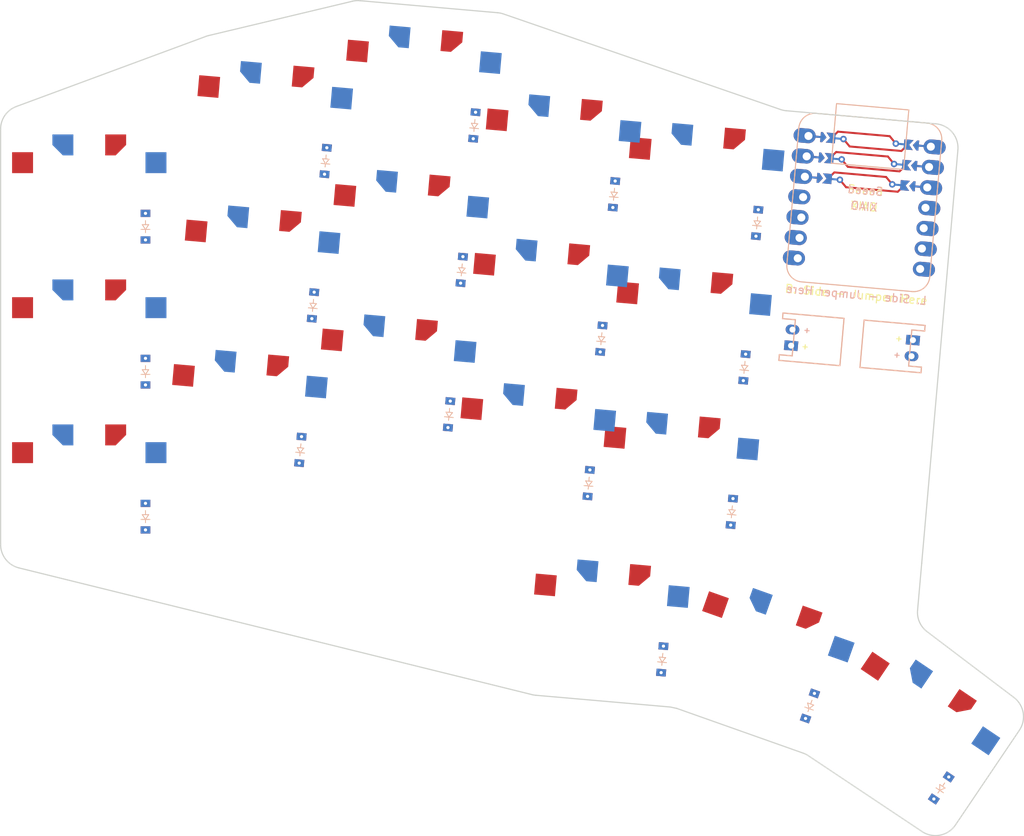
<source format=kicad_pcb>
(kicad_pcb (version 20240108) (generator "pcbnew") (generator_version "8.0")
  (title_block (title "boardPcb") (rev "v1.0.0") (company "Unknown"))
  (layers (0 "F.Cu" signal) (31 "B.Cu" signal) (34 "B.Paste" user) (35 "F.Paste" user) (36 "B.SilkS" user "B.Silkscreen") (37 "F.SilkS" user "F.Silkscreen") (38 "B.Mask" user) (39 "F.Mask" user) (44 "Edge.Cuts" user))
  (net 0 "")
  (net 1 "Row3")
  (net 2 "Net-(D1-A)")
  (net 3 "Row2")
  (net 4 "Net-(D2-A)")
  (net 5 "Row1")
  (net 6 "Net-(D3-A)")
  (net 7 "Net-(D4-A)")
  (net 8 "Net-(D5-A)")
  (net 9 "Net-(D6-A)")
  (net 10 "Net-(D7-A)")
  (net 11 "Net-(D8-A)")
  (net 12 "Net-(D9-A)")
  (net 13 "Net-(D10-A)")
  (net 14 "Net-(D11-A)")
  (net 15 "Net-(D12-A)")
  (net 16 "Net-(D13-A)")
  (net 17 "Net-(D14-A)")
  (net 18 "Net-(D15-A)")
  (net 19 "Row4")
  (net 20 "Net-(D16-A)")
  (net 21 "Net-(D17-A)")
  (net 22 "Net-(D18-A)")
  (net 23 "Net-(JST1-Pin_1)")
  (net 24 "Net-(JST1-Pin_2)")
  (net 25 "Col1")
  (net 26 "Col2")
  (net 27 "Col3")
  (net 28 "Col4")
  (net 29 "Col5")
  (net 30 "_1_2")
  (net 31 "_1_13")
  (net 32 "_1_12")
  (net 33 "_1_11")
  (net 34 "_1_1")
  (net 35 "_1_0")
  (net 36 "VCC")
  (net 37 "V3")
  (net 38 "P9")
  (net 39 "P8")
  (net 40 "P7")
  (net 41 "P6")
  (net 42 "P5")
  (net 43 "P4")
  (net 44 "P3")
  (net 45 "P2")
  (net 46 "P10")
  (net 47 "P1")
  (net 48 "P0")
  (net 49 "GND")
  (footprint "clacken:reversable_diode" (layer "F.Cu") (at 166.318559 108.089999 90)
    (property "Reference" "D2" (hide yes))
    (property "Value" "1N914" (hide yes))
  )
  (footprint "clacken:choc_switches" (layer "F.Cu") (at 217.866763 81.285619 -5)
    (property "Reference" "S12" (hide yes))
    (property "Value" "SW_Push_45deg" (hide yes))
  )
  (footprint "clacken:reversable_diode" (layer "F.Cu") (at 224.450297 86.070963 85)
    (property "Reference" "D12" (hide yes))
    (property "Value" "1N914" (hide yes))
  )
  (footprint "clacken:choc_switches" (layer "F.Cu") (at 200.545348 72.743453 -5)
    (property "Reference" "S9" (hide yes))
    (property "Value" "SW_Push_45deg" (hide yes))
  )
  (footprint "clacken:reversable_diode" (layer "F.Cu") (at 221.31269 121.933973 85)
    (property "Reference" "D10" (hide yes))
    (property "Value" "1N914" (hide yes))
  )
  (footprint "clacken:choc_switches" (layer "F.Cu") (at 180.522106 95.083322 -5)
    (property "Reference" "S5" (hide yes))
    (property "Value" "SW_Push_45deg" (hide yes))
  )
  (footprint "clacken:JST_angled" (layer "F.Cu") (at 246.507586 103.867763 85)
    (property "Reference" "JST1" (hide yes))
    (property "Value" "Conn_01x02" (hide yes))
  )
  (footprint "clacken:reversable_diode" (layer "F.Cu") (at 187.10564 99.868667 85)
    (property "Reference" "D5" (hide yes))
    (property "Value" "1N914" (hide yes))
  )
  (footprint "clacken:choc_switches" (layer "F.Cu") (at 243.589116 143.311687 -19.5)
    (property "Reference" "S17" (hide yes))
    (property "Value" "SW_Push_45deg" (hide yes))
  )
  (footprint "clacken:reversable_diode" (layer "F.Cu") (at 185.536837 117.800171 85)
    (property "Reference" "D4" (hide yes))
    (property "Value" "1N914" (hide yes))
  )
  (footprint "clacken:choc_switches" (layer "F.Cu") (at 198.976545 90.674957 -5)
    (property "Reference" "S8" (hide yes))
    (property "Value" "SW_Push_45deg" (hide yes))
  )
  (footprint "clacken:JST_angled" (layer "F.Cu") (at 261.450507 105.175099 -95)
    (property "Reference" "JST2" (hide yes))
    (property "Value" "Conn_01x02" (hide yes))
  )
  (footprint "clacken:choc_switches" (layer "F.Cu") (at 235.623956 84.846812 -5)
    (property "Reference" "S15" (hide yes))
    (property "Value" "SW_Push_45deg" (hide yes))
  )
  (footprint "clacken:reversable_diode" (layer "F.Cu") (at 248.764795 149.592992 70.5)
    (property "Reference" "D17" (hide yes))
    (property "Value" "1N914" (hide yes))
  )
  (footprint "clacken:choc_switches" (layer "F.Cu") (at 234.055152 102.778316 -5)
    (property "Reference" "S14" (hide yes))
    (property "Value" "SW_Push_45deg" (hide yes))
  )
  (footprint "clacken:choc_switches" (layer "F.Cu") (at 178.953303 113.014827 -5)
    (property "Reference" "S4" (hide yes))
    (property "Value" "SW_Push_45deg" (hide yes))
  )
  (footprint "clacken:reversable_diode" (layer "F.Cu") (at 188.674443 81.937162 85)
    (property "Reference" "D6" (hide yes))
    (property "Value" "1N914" (hide yes))
  )
  (footprint "clacken:choc_switches" (layer "F.Cu") (at 197.407742 108.606462 -5)
    (property "Reference" "S7" (hide yes))
    (property "Value" "SW_Push_45deg" (hide yes))
  )
  (footprint "clacken:reversable_diode" (layer "F.Cu") (at 240.638686 107.563661 85)
    (property "Reference" "D14" (hide yes))
    (property "Value" "1N914" (hide yes))
  )
  (footprint "clacken:choc_switches" (layer "F.Cu") (at 182.090909 77.151817 -5)
    (property "Reference" "S6" (hide yes))
    (property "Value" "SW_Push_45deg" (hide yes))
  )
  (footprint "xiao-ble-tht" (layer "F.Cu") (at 255.504272 87.088024 -5)
    (property "Reference" "U1" (hide yes))
    (property "Value" "" (hide yes))
  )
  (footprint "clacken:reversable_diode" (layer "F.Cu") (at 242.20749 89.632156 85)
    (property "Reference" "D15" (hide yes))
    (property "Value" "1N914" (hide yes))
  )
  (footprint "clacken:reversable_diode" (layer "F.Cu") (at 230.440561 143.812775 85)
    (property "Reference" "D16" (hide yes))
    (property "Value" "1N914" (hide yes))
  )
  (footprint "clacken:reversable_diode" (layer "F.Cu") (at 205.560079 95.460302 85)
    (property "Reference" "D8" (hide yes))
    (property "Value" "1N914" (hide yes))
  )
  (footprint "clacken:choc_switches" (layer "F.Cu") (at 261.62 152.4 -34)
    (property "Reference" "S18" (hide yes))
    (property "Value" "SW_Push_45deg" (hide yes))
  )
  (footprint "clacken:choc_switches" (layer "F.Cu") (at 232.486349 120.709821 -5)
    (property "Reference" "S13" (hide yes))
    (property "Value" "SW_Push_45deg" (hide yes))
  )
  (footprint "clacken:choc_switches" (layer "F.Cu") (at 159.343007 85.896657)
    (property "Reference" "S3" (hide yes))
    (property "Value" "SW_Push_45deg" (hide yes))
  )
  (footprint "clacken:reversable_diode" (layer "F.Cu") (at 239.069883 125.495165 85)
    (property "Reference" "D13" (hide yes))
    (property "Value" "1N914" (hide yes))
  )
  (footprint "clacken:choc_switches" (layer "F.Cu") (at 216.297959 99.217124 -5)
    (property "Reference" "S11" (hide yes))
    (property "Value" "SW_Push_45deg" (hide yes))
  )
  (footprint "clacken:reversable_diode" (layer "F.Cu") (at 166.318559 90.089999 90)
    (property "Reference" "D3" (hide yes))
    (property "Value" "1N914" (hide yes))
  )
  (footprint "clacken:reversable_diode" (layer "F.Cu") (at 265.058107 159.777117 56)
    (property "Reference" "D18" (hide yes))
    (property "Value" "1N914" (hide yes))
  )
  (footprint "clacken:reversable_diode" (layer "F.Cu") (at 222.881493 104.002468 85)
    (property "Reference" "D11" (hide yes))
    (property "Value" "1N914" (hide yes))
  )
  (footprint "clacken:choc_switches" (layer "F.Cu") (at 214.729156 117.148628 -5)
    (property "Reference" "S10" (hide yes))
    (property "Value" "SW_Push_45deg" (hide yes))
  )
  (footprint "clacken:choc_switches" (layer "F.Cu") (at 159.343007 121.896657)
    (property "Reference" "S1" (hide yes))
    (property "Value" "SW_Push_45deg" (hide yes))
  )
  (footprint "clacken:reversable_diode" (layer "F.Cu") (at 207.128882 77.528797 85)
    (property "Reference" "D9" (hide yes))
    (property "Value" "1N914" (hide yes))
  )
  (footprint "clacken:choc_switches" (layer "F.Cu") (at 159.343007 103.896657)
    (property "Reference" "S2" (hide yes))
    (property "Value" "SW_Push_45deg" (hide yes))
  )
  (footprint "clacken:reversable_diode" (layer "F.Cu") (at 166.318559 126.089999 90)
    (property "Reference" "D1" (hide yes))
    (property "Value" "1N914" (hide yes))
  )
  (footprint "clacken:reversable_diode" (layer "F.Cu") (at 203.991276 113.391806 85)
    (property "Reference" "D7" (hide yes))
    (property "Value" "1N914" (hide yes))
  )
  (footprint "clacken:choc_switches" (layer "F.Cu") (at 223.857027 139.02743 -5)
    (property "Reference" "S16" (hide yes))
    (property "Value" "SW_Push_45deg" (hide yes))
  )
  (gr_arc (start 148.343007 77.985475) (mid 148.881008 76.271253) (end 150.302046 75.171865) (stroke (width 0.15)) (layer "Edge.Cuts"))
  (gr_arc (start 264.388965 77.325226) (mid 266.425656 78.385442) (end 267.116082 80.575277) (stroke (width 0.15)) (layer "Edge.Cuts"))
  (gr_arc (start 210.014747 63.533719) (mid 210.377944 63.588054) (end 210.731778 63.686366) (stroke (width 0.15)) (layer "Edge.Cuts"))
  (gr_line (start 192.936134 62.039534) (end 210.014746 63.533719) (stroke (width 0.15)) (layer "Edge.Cuts"))
  (gr_arc (start 266.8167 164.366783) (mid 264.909373 165.632613) (end 262.664459 165.18467) (stroke (width 0.15)) (layer "Edge.Cuts"))
  (gr_line (start 245.829177 75.701454) (end 264.388965 77.325225) (stroke (width 0.15)) (layer "Edge.Cuts"))
  (gr_arc (start 150.623348 132.460133) (mid 148.980913 131.397193) (end 148.343007 129.54773) (stroke (width 0.15)) (layer "Edge.Cuts"))
  (gr_arc (start 263.288852 140.368192) (mid 262.35888 139.193021) (end 262.113387 137.714643) (stroke (width 0.15)) (layer "Edge.Cuts"))
  (gr_line (start 262.664459 165.18467) (end 248.574629 155.783064) (stroke (width 0.15)) (layer "Edge.Cuts"))
  (gr_line (start 247.910921 155.450605) (end 232.238595 149.900743) (stroke (width 0.15)) (layer "Edge.Cuts"))
  (gr_line (start 274.744375 152.613521) (end 266.8167 164.366783) (stroke (width 0.15)) (layer "Edge.Cuts"))
  (gr_line (start 232.238595 149.900743) (end 231.453125 149.730201) (stroke (width 0.15)) (layer "Edge.Cuts"))
  (gr_line (start 148.343007 129.54773) (end 148.343007 77.985475) (stroke (width 0.15)) (layer "Edge.Cuts"))
  (gr_line (start 210.731778 63.686366) (end 245.112146 75.548808) (stroke (width 0.15)) (layer "Edge.Cuts"))
  (gr_line (start 267.116082 80.575277) (end 262.62764 131.878403) (stroke (width 0.15)) (layer "Edge.Cuts"))
  (gr_line (start 150.302046 75.171865) (end 173.827875 66.467935) (stroke (width 0.15)) (layer "Edge.Cuts"))
  (gr_arc (start 245.829178 75.701455) (mid 245.46598 75.647121) (end 245.112146 75.548808) (stroke (width 0.15)) (layer "Edge.Cuts"))
  (gr_arc (start 262.62764 131.878403) (mid 262.627559 131.87933) (end 262.627477 131.880257) (stroke (width 0.15)) (layer "Edge.Cuts"))
  (gr_arc (start 274.070218 148.545716) (mid 275.216918 150.445446) (end 274.744375 152.613521) (stroke (width 0.15)) (layer "Edge.Cuts"))
  (gr_line (start 262.627477 131.880257) (end 262.113387 137.714643) (stroke (width 0.15)) (layer "Edge.Cuts"))
  (gr_arc (start 214.749868 148.268855) (mid 214.519295 148.239649) (end 214.291676 148.192674) (stroke (width 0.15)) (layer "Edge.Cuts"))
  (gr_arc (start 191.977643 62.110215) (mid 192.45404 62.036236) (end 192.936134 62.039534) (stroke (width 0.15)) (layer "Edge.Cuts"))
  (gr_line (start 263.288852 140.368192) (end 274.070219 148.545715) (stroke (width 0.15)) (layer "Edge.Cuts"))
  (gr_line (start 174.171812 66.363642) (end 191.977643 62.110215) (stroke (width 0.15)) (layer "Edge.Cuts"))
  (gr_arc (start 247.910921 155.450605) (mid 248.253099 155.596225) (end 248.574629 155.783064) (stroke (width 0.15)) (layer "Edge.Cuts"))
  (gr_line (start 231.453125 149.730201) (end 214.749868 148.268855) (stroke (width 0.15)) (layer "Edge.Cuts"))
  (gr_line (start 214.291676 148.192674) (end 150.623348 132.460133) (stroke (width 0.15)) (layer "Edge.Cuts"))
  (gr_arc (start 173.827875 66.467935) (mid 173.998279 66.41063) (end 174.171812 66.363642) (stroke (width 0.15)) (layer "Edge.Cuts"))
  (segment (start 250.123007 84.066657) (end 248.133007 83.896657) (width 0.25) (layer "F.Cu") (net 30))
  (segment (start 250.123007 84.066657) (end 248.133007 83.896657) (width 0.25) (layer "B.Cu") (net 30))
  (segment (start 261.763007 79.986657) (end 263.763007 80.156657) (width 0.25) (layer "F.Cu") (net 31))
  (segment (start 261.763007 79.986657) (end 263.763007 80.156657) (width 0.25) (layer "B.Cu") (net 31))
  (segment (start 261.543007 82.516657) (end 263.543007 82.686657) (width 0.25) (layer "F.Cu") (net 32))
  (segment (start 261.543007 82.516657) (end 263.543007 82.686657) (width 0.25) (layer "B.Cu") (net 32))
  (segment (start 261.323007 85.046657) (end 263.313007 85.226657) (width 0.25) (layer "F.Cu") (net 33))
  (segment (start 261.323007 85.046657) (end 263.313007 85.226657) (width 0.25) (layer "B.Cu") (net 33))
  (segment (start 250.353007 81.536657) (end 248.353007 81.366657) (width 0.25) (layer "F.Cu") (net 34))
  (segment (start 250.353007 81.536657) (end 248.353007 81.366657) (width 0.25) (layer "B.Cu") (net 34))
  (segment (start 250.573007 79.006657) (end 248.573007 78.836657) (width 0.25) (layer "F.Cu") (net 35))
  (segment (start 250.573007 79.006657) (end 248.573007 78.836657) (width 0.25) (layer "B.Cu") (net 35))
  (segment (start 252.233007 78.296657) (end 258.653007 78.856657) (width 0.25) (layer "F.Cu") (net 36))
  (segment (start 258.653007 78.856657) (end 259.413007 79.776657) (width 0.25) (layer "F.Cu") (net 36))
  (segment (start 251.413007 79.076657) (end 252.233007 78.296657) (width 0.25) (layer "F.Cu") (net 36))
  (segment (start 260.923007 79.916657) (end 259.413007 79.776657) (width 0.25) (layer "B.Cu") (net 36))
  (segment (start 250.973007 84.136657) (end 251.793007 83.356657) (width 0.25) (layer "F.Cu") (net 37))
  (segment (start 258.213007 83.926657) (end 258.973007 84.846657) (width 0.25) (layer "F.Cu") (net 37))
  (segment (start 251.793007 83.356657) (end 258.213007 83.926657) (width 0.25) (layer "F.Cu") (net 37))
  (segment (start 260.483007 84.976657) (end 258.973007 84.846657) (width 0.25) (layer "B.Cu") (net 37))
  (segment (start 259.653007 85.756657) (end 253.243007 85.196657) (width 0.25) (layer "F.Cu") (net 45))
  (segment (start 253.243007 85.196657) (end 252.473007 84.276657) (width 0.25) (layer "F.Cu") (net 45))
  (segment (start 260.483007 84.976657) (end 259.653007 85.756657) (width 0.25) (layer "F.Cu") (net 45))
  (segment (start 250.973007 84.136657) (end 252.473007 84.276657) (width 0.25) (layer "B.Cu") (net 45))
  (segment (start 259.873007 83.226657) (end 253.463007 82.666657) (width 0.25) (layer "F.Cu") (net 47))
  (segment (start 253.463007 82.666657) (end 252.693007 81.746657) (width 0.25) (layer "F.Cu") (net 47))
  (segment (start 260.703007 82.446657) (end 259.873007 83.226657) (width 0.25) (layer "F.Cu") (net 47))
  (segment (start 251.193007 81.606657) (end 252.693007 81.746657) (width 0.25) (layer "B.Cu") (net 47))
  (segment (start 253.683007 80.136657) (end 252.923007 79.216657) (width 0.25) (layer "F.Cu") (net 48))
  (segment (start 260.923007 79.916657) (end 260.103007 80.696657) (width 0.25) (layer "F.Cu") (net 48))
  (segment (start 260.103007 80.696657) (end 253.683007 80.136657) (width 0.25) (layer "F.Cu") (net 48))
  (segment (start 251.413007 79.076657) (end 252.923007 79.216657) (width 0.25) (layer "B.Cu") (net 48))
  (segment (start 251.193007 81.606657) (end 252.013007 80.826657) (width 0.25) (layer "F.Cu") (net 49))
  (segment (start 258.433007 81.386657) (end 259.193007 82.306657) (width 0.25) (layer "F.Cu") (net 49))
  (segment (start 252.013007 80.826657) (end 258.433007 81.386657) (width 0.25) (layer "F.Cu") (net 49))
  (segment (start 260.703007 82.446657) (end 259.193007 82.306657) (width 0.25) (layer "B.Cu") (net 49))
)
</source>
